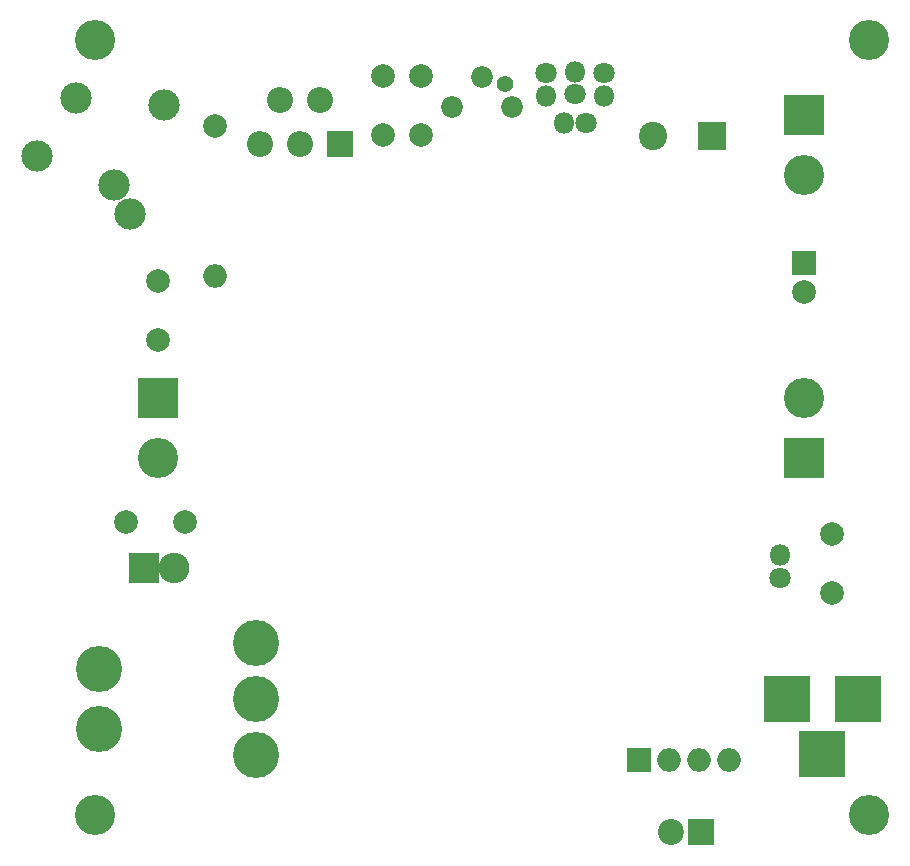
<source format=gts>
G04 #@! TF.FileFunction,Soldermask,Top*
%FSLAX45Y45*%
G04 Gerber Fmt 4.5, Leading zero omitted, Abs format (unit mm)*
G04 Created by KiCad (PCBNEW 4.0.7-e2-6376~58~ubuntu16.04.1) date Thu Oct 12 10:32:20 2017*
%MOMM*%
%LPD*%
G01*
G04 APERTURE LIST*
%ADD10C,0.020000*%
%ADD11R,2.600000X2.600000*%
%ADD12O,2.600000X2.600000*%
%ADD13C,3.900000*%
%ADD14C,3.400000*%
%ADD15R,3.400000X3.400000*%
%ADD16C,1.840000*%
%ADD17R,2.200000X2.200000*%
%ADD18C,2.200000*%
%ADD19C,1.800000*%
%ADD20O,1.800000X1.800000*%
%ADD21C,2.000000*%
%ADD22O,2.000000X2.000000*%
%ADD23O,2.200000X2.200000*%
%ADD24R,2.000000X2.000000*%
%ADD25C,2.400000*%
%ADD26R,2.400000X2.400000*%
%ADD27R,3.900000X3.900000*%
%ADD28C,2.650000*%
%ADD29C,1.400000*%
G04 APERTURE END LIST*
D10*
D11*
X12135358Y-11183112D03*
D12*
X12389358Y-11183112D03*
D13*
X11757096Y-12548600D03*
X11757096Y-12038600D03*
X13087096Y-12768600D03*
X13087096Y-12293600D03*
X13087096Y-11818600D03*
D14*
X12257278Y-10253472D03*
D15*
X12257278Y-9745472D03*
D16*
X15254732Y-7281164D03*
X15000732Y-7027164D03*
X14746732Y-7281164D03*
D15*
X17730000Y-7350000D03*
D14*
X17730000Y-7858000D03*
D15*
X17730000Y-10254000D03*
D14*
X17730000Y-9746000D03*
D17*
X16856710Y-13425170D03*
D18*
X16602710Y-13425170D03*
D19*
X15786100Y-7177786D03*
D20*
X15786100Y-6987786D03*
D14*
X11720000Y-13275000D03*
X18275000Y-13275000D03*
X18275000Y-6720000D03*
X11720000Y-6720000D03*
D21*
X12739624Y-7441184D03*
D22*
X12739624Y-8711184D03*
D17*
X13799820Y-7593330D03*
D23*
X13629820Y-7223330D03*
X13459820Y-7593330D03*
X13289820Y-7223330D03*
X13119820Y-7593330D03*
D19*
X15544800Y-6996684D03*
D20*
X15544800Y-7186684D03*
D19*
X17522190Y-11269980D03*
D20*
X17522190Y-11079980D03*
D19*
X16028924Y-6996684D03*
D20*
X16028924Y-7186684D03*
D19*
X15884144Y-7421880D03*
D20*
X15694144Y-7421880D03*
D24*
X16325850Y-12813030D03*
D22*
X16579850Y-12813030D03*
X16833850Y-12813030D03*
X17087850Y-12813030D03*
D25*
X16445484Y-7527036D03*
D26*
X16945484Y-7527036D03*
D21*
X14157198Y-7018528D03*
X14157198Y-7518528D03*
X17960340Y-10896600D03*
X17960340Y-11396600D03*
X17730000Y-8851900D03*
D24*
X17730000Y-8601900D03*
D21*
X14482064Y-7518528D03*
X14482064Y-7018528D03*
X12485370Y-10793730D03*
X11985370Y-10793730D03*
X12257278Y-9253220D03*
X12257278Y-8753220D03*
D27*
X17579340Y-12293600D03*
X18179340Y-12293600D03*
X17879340Y-12763600D03*
D28*
X11234800Y-7701400D03*
X11564800Y-7211400D03*
X12309800Y-7266400D03*
X11879800Y-7941400D03*
X12019800Y-8191400D03*
D29*
X15197328Y-7085076D03*
M02*

</source>
